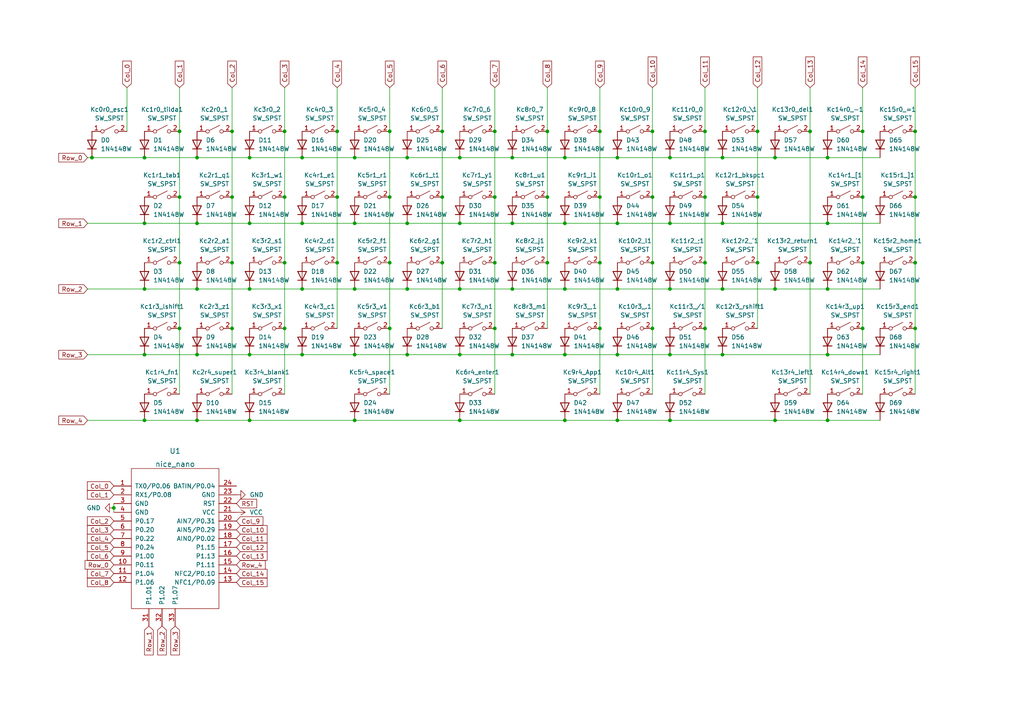
<source format=kicad_sch>
(kicad_sch (version 20211123) (generator eeschema)
  (paper "A4")
  (junction (at 67.31 95.25))
  (junction (at 102.87 83.82))
  (junction (at 57.15 102.87))
  (junction (at 133.35 83.82))
  (junction (at 82.55 57.15))
  (junction (at 57.15 121.92))
  (junction (at 67.31 57.15))
  (junction (at 87.63 83.82))
  (junction (at 204.47 76.2))
  (junction (at 250.19 57.15))
  (junction (at 173.99 57.15))
  (junction (at 234.95 38.1))
  (junction (at 158.75 38.1))
  (junction (at 72.39 102.87))
  (junction (at 234.95 76.2))
  (junction (at 118.11 64.77))
  (junction (at 179.07 121.92))
  (junction (at 148.59 102.87))
  (junction (at 163.83 64.77))
  (junction (at 113.03 76.2))
  (junction (at 57.15 64.77))
  (junction (at 102.87 45.72))
  (junction (at 240.03 45.72))
  (junction (at 250.19 38.1))
  (junction (at 82.55 95.25))
  (junction (at 240.03 64.77))
  (junction (at 189.23 57.15))
  (junction (at 143.51 38.1))
  (junction (at 67.31 76.2))
  (junction (at 204.47 95.25))
  (junction (at 179.07 45.72))
  (junction (at 133.35 121.92))
  (junction (at 194.31 102.87))
  (junction (at 148.59 64.77))
  (junction (at 250.19 76.2))
  (junction (at 87.63 45.72))
  (junction (at 219.71 76.2))
  (junction (at 163.83 121.92))
  (junction (at 209.55 102.87))
  (junction (at 133.35 102.87))
  (junction (at 72.39 121.92))
  (junction (at 128.27 76.2))
  (junction (at 113.03 95.25))
  (junction (at 133.35 64.77))
  (junction (at 97.79 76.2))
  (junction (at 265.43 57.15))
  (junction (at 265.43 38.1))
  (junction (at 102.87 102.87))
  (junction (at 118.11 83.82))
  (junction (at 82.55 38.1))
  (junction (at 87.63 102.87))
  (junction (at 194.31 121.92))
  (junction (at 41.91 102.87))
  (junction (at 26.67 45.72))
  (junction (at 219.71 38.1))
  (junction (at 179.07 64.77))
  (junction (at 148.59 83.82))
  (junction (at 224.79 121.92))
  (junction (at 118.11 102.87))
  (junction (at 41.91 83.82))
  (junction (at 194.31 64.77))
  (junction (at 52.07 38.1))
  (junction (at 52.07 95.25))
  (junction (at 189.23 38.1))
  (junction (at 113.03 57.15))
  (junction (at 209.55 83.82))
  (junction (at 87.63 64.77))
  (junction (at 224.79 45.72))
  (junction (at 265.43 95.25))
  (junction (at 97.79 38.1))
  (junction (at 209.55 64.77))
  (junction (at 158.75 57.15))
  (junction (at 143.51 76.2))
  (junction (at 204.47 38.1))
  (junction (at 118.11 45.72))
  (junction (at 52.07 76.2))
  (junction (at 240.03 83.82))
  (junction (at 97.79 57.15))
  (junction (at 163.83 102.87))
  (junction (at 158.75 76.2))
  (junction (at 204.47 57.15))
  (junction (at 265.43 76.2))
  (junction (at 67.31 38.1))
  (junction (at 173.99 95.25))
  (junction (at 219.71 57.15))
  (junction (at 82.55 76.2))
  (junction (at 163.83 83.82))
  (junction (at 57.15 83.82))
  (junction (at 41.91 64.77))
  (junction (at 102.87 64.77))
  (junction (at 189.23 76.2))
  (junction (at 250.19 95.25))
  (junction (at 41.91 121.92))
  (junction (at 41.91 45.72))
  (junction (at 102.87 121.92))
  (junction (at 52.07 57.15))
  (junction (at 194.31 83.82))
  (junction (at 189.23 95.25))
  (junction (at 194.31 45.72))
  (junction (at 148.59 45.72))
  (junction (at 240.03 121.92))
  (junction (at 240.03 102.87))
  (junction (at 133.35 45.72))
  (junction (at 163.83 45.72))
  (junction (at 179.07 102.87))
  (junction (at 128.27 57.15))
  (junction (at 72.39 45.72))
  (junction (at 33.02 147.32))
  (junction (at 128.27 38.1))
  (junction (at 209.55 45.72))
  (junction (at 57.15 45.72))
  (junction (at 113.03 38.1))
  (junction (at 173.99 76.2))
  (junction (at 179.07 83.82))
  (junction (at 224.79 83.82))
  (junction (at 72.39 83.82))
  (junction (at 143.51 57.15))
  (junction (at 143.51 95.25))
  (junction (at 173.99 38.1))
  (junction (at 72.39 64.77))
  (wire (pts (xy 97.79 57.15) (xy 97.79 76.2)))
  (wire (pts (xy 41.91 45.72) (xy 57.15 45.72)))
  (wire (pts (xy 97.79 76.2) (xy 97.79 95.25)))
  (wire (pts (xy 234.95 38.1) (xy 234.95 76.2)))
  (wire (pts (xy 67.31 95.25) (xy 67.31 114.3)))
  (wire (pts (xy 41.91 83.82) (xy 57.15 83.82)))
  (wire (pts (xy 128.27 25.4) (xy 128.27 38.1)))
  (wire (pts (xy 250.19 25.4) (xy 250.19 38.1)))
  (wire (pts (xy 173.99 95.25) (xy 173.99 114.3)))
  (wire (pts (xy 133.35 102.87) (xy 148.59 102.87)))
  (wire (pts (xy 128.27 76.2) (xy 128.27 95.25)))
  (wire (pts (xy 72.39 64.77) (xy 87.63 64.77)))
  (wire (pts (xy 194.31 64.77) (xy 209.55 64.77)))
  (wire (pts (xy 204.47 76.2) (xy 204.47 95.25)))
  (wire (pts (xy 72.39 45.72) (xy 87.63 45.72)))
  (wire (pts (xy 82.55 95.25) (xy 82.55 114.3)))
  (wire (pts (xy 118.11 102.87) (xy 133.35 102.87)))
  (wire (pts (xy 41.91 102.87) (xy 57.15 102.87)))
  (wire (pts (xy 133.35 83.82) (xy 148.59 83.82)))
  (wire (pts (xy 143.51 38.1) (xy 143.51 57.15)))
  (wire (pts (xy 25.4 64.77) (xy 41.91 64.77)))
  (wire (pts (xy 194.31 83.82) (xy 209.55 83.82)))
  (wire (pts (xy 194.31 102.87) (xy 209.55 102.87)))
  (wire (pts (xy 82.55 76.2) (xy 82.55 95.25)))
  (wire (pts (xy 143.51 57.15) (xy 143.51 76.2)))
  (wire (pts (xy 25.4 102.87) (xy 41.91 102.87)))
  (wire (pts (xy 57.15 45.72) (xy 72.39 45.72)))
  (wire (pts (xy 97.79 25.4) (xy 97.79 38.1)))
  (wire (pts (xy 189.23 38.1) (xy 189.23 57.15)))
  (wire (pts (xy 265.43 38.1) (xy 265.43 57.15)))
  (wire (pts (xy 163.83 83.82) (xy 179.07 83.82)))
  (wire (pts (xy 72.39 102.87) (xy 87.63 102.87)))
  (wire (pts (xy 113.03 25.4) (xy 113.03 38.1)))
  (wire (pts (xy 57.15 102.87) (xy 72.39 102.87)))
  (wire (pts (xy 102.87 83.82) (xy 118.11 83.82)))
  (wire (pts (xy 240.03 83.82) (xy 255.27 83.82)))
  (wire (pts (xy 52.07 95.25) (xy 52.07 114.3)))
  (wire (pts (xy 189.23 57.15) (xy 189.23 76.2)))
  (wire (pts (xy 87.63 102.87) (xy 102.87 102.87)))
  (wire (pts (xy 41.91 64.77) (xy 57.15 64.77)))
  (wire (pts (xy 148.59 83.82) (xy 163.83 83.82)))
  (wire (pts (xy 179.07 64.77) (xy 194.31 64.77)))
  (wire (pts (xy 173.99 38.1) (xy 173.99 57.15)))
  (wire (pts (xy 158.75 76.2) (xy 158.75 95.25)))
  (wire (pts (xy 219.71 38.1) (xy 219.71 57.15)))
  (wire (pts (xy 143.51 95.25) (xy 143.51 114.3)))
  (wire (pts (xy 57.15 64.77) (xy 72.39 64.77)))
  (wire (pts (xy 113.03 95.25) (xy 113.03 114.3)))
  (wire (pts (xy 194.31 121.92) (xy 224.79 121.92)))
  (wire (pts (xy 87.63 64.77) (xy 102.87 64.77)))
  (wire (pts (xy 204.47 57.15) (xy 204.47 76.2)))
  (wire (pts (xy 250.19 95.25) (xy 250.19 114.3)))
  (wire (pts (xy 25.4 45.72) (xy 26.67 45.72)))
  (wire (pts (xy 72.39 83.82) (xy 87.63 83.82)))
  (wire (pts (xy 113.03 38.1) (xy 113.03 57.15)))
  (wire (pts (xy 204.47 95.25) (xy 204.47 114.3)))
  (wire (pts (xy 87.63 83.82) (xy 102.87 83.82)))
  (wire (pts (xy 173.99 76.2) (xy 173.99 95.25)))
  (wire (pts (xy 234.95 25.4) (xy 234.95 38.1)))
  (wire (pts (xy 133.35 64.77) (xy 148.59 64.77)))
  (wire (pts (xy 148.59 45.72) (xy 163.83 45.72)))
  (wire (pts (xy 173.99 25.4) (xy 173.99 38.1)))
  (wire (pts (xy 250.19 76.2) (xy 250.19 95.25)))
  (wire (pts (xy 102.87 64.77) (xy 118.11 64.77)))
  (wire (pts (xy 67.31 57.15) (xy 67.31 76.2)))
  (wire (pts (xy 41.91 121.92) (xy 57.15 121.92)))
  (wire (pts (xy 209.55 45.72) (xy 224.79 45.72)))
  (wire (pts (xy 163.83 64.77) (xy 179.07 64.77)))
  (wire (pts (xy 224.79 121.92) (xy 240.03 121.92)))
  (wire (pts (xy 204.47 38.1) (xy 204.47 57.15)))
  (wire (pts (xy 102.87 45.72) (xy 118.11 45.72)))
  (wire (pts (xy 118.11 64.77) (xy 133.35 64.77)))
  (wire (pts (xy 113.03 76.2) (xy 113.03 95.25)))
  (wire (pts (xy 173.99 57.15) (xy 173.99 76.2)))
  (wire (pts (xy 163.83 102.87) (xy 179.07 102.87)))
  (wire (pts (xy 143.51 25.4) (xy 143.51 38.1)))
  (wire (pts (xy 67.31 76.2) (xy 67.31 95.25)))
  (wire (pts (xy 240.03 45.72) (xy 255.27 45.72)))
  (wire (pts (xy 113.03 57.15) (xy 113.03 76.2)))
  (wire (pts (xy 33.02 146.05) (xy 33.02 147.32)))
  (wire (pts (xy 189.23 25.4) (xy 189.23 38.1)))
  (wire (pts (xy 33.02 147.32) (xy 33.02 148.59)))
  (wire (pts (xy 250.19 38.1) (xy 250.19 57.15)))
  (wire (pts (xy 52.07 57.15) (xy 52.07 76.2)))
  (wire (pts (xy 118.11 83.82) (xy 133.35 83.82)))
  (wire (pts (xy 224.79 83.82) (xy 240.03 83.82)))
  (wire (pts (xy 234.95 76.2) (xy 234.95 114.3)))
  (wire (pts (xy 102.87 121.92) (xy 133.35 121.92)))
  (wire (pts (xy 265.43 25.4) (xy 265.43 38.1)))
  (wire (pts (xy 265.43 76.2) (xy 265.43 95.25)))
  (wire (pts (xy 158.75 38.1) (xy 158.75 57.15)))
  (wire (pts (xy 25.4 83.82) (xy 41.91 83.82)))
  (wire (pts (xy 219.71 57.15) (xy 219.71 76.2)))
  (wire (pts (xy 82.55 25.4) (xy 82.55 38.1)))
  (wire (pts (xy 240.03 102.87) (xy 255.27 102.87)))
  (wire (pts (xy 163.83 45.72) (xy 179.07 45.72)))
  (wire (pts (xy 82.55 57.15) (xy 82.55 76.2)))
  (wire (pts (xy 52.07 25.4) (xy 52.07 38.1)))
  (wire (pts (xy 179.07 121.92) (xy 194.31 121.92)))
  (wire (pts (xy 148.59 64.77) (xy 163.83 64.77)))
  (wire (pts (xy 204.47 25.4) (xy 204.47 38.1)))
  (wire (pts (xy 179.07 102.87) (xy 194.31 102.87)))
  (wire (pts (xy 189.23 76.2) (xy 189.23 95.25)))
  (wire (pts (xy 128.27 38.1) (xy 128.27 57.15)))
  (wire (pts (xy 163.83 121.92) (xy 179.07 121.92)))
  (wire (pts (xy 52.07 76.2) (xy 52.07 95.25)))
  (wire (pts (xy 133.35 45.72) (xy 148.59 45.72)))
  (wire (pts (xy 219.71 25.4) (xy 219.71 38.1)))
  (wire (pts (xy 189.23 95.25) (xy 189.23 114.3)))
  (wire (pts (xy 52.07 38.1) (xy 52.07 57.15)))
  (wire (pts (xy 250.19 57.15) (xy 250.19 76.2)))
  (wire (pts (xy 128.27 57.15) (xy 128.27 76.2)))
  (wire (pts (xy 25.4 121.92) (xy 41.91 121.92)))
  (wire (pts (xy 57.15 83.82) (xy 72.39 83.82)))
  (wire (pts (xy 265.43 57.15) (xy 265.43 76.2)))
  (wire (pts (xy 36.83 25.4) (xy 36.83 38.1)))
  (wire (pts (xy 57.15 121.92) (xy 72.39 121.92)))
  (wire (pts (xy 194.31 45.72) (xy 209.55 45.72)))
  (wire (pts (xy 148.59 102.87) (xy 163.83 102.87)))
  (wire (pts (xy 87.63 45.72) (xy 102.87 45.72)))
  (wire (pts (xy 143.51 76.2) (xy 143.51 95.25)))
  (wire (pts (xy 209.55 64.77) (xy 240.03 64.77)))
  (wire (pts (xy 72.39 121.92) (xy 102.87 121.92)))
  (wire (pts (xy 240.03 64.77) (xy 255.27 64.77)))
  (wire (pts (xy 67.31 25.4) (xy 67.31 38.1)))
  (wire (pts (xy 26.67 45.72) (xy 41.91 45.72)))
  (wire (pts (xy 158.75 57.15) (xy 158.75 76.2)))
  (wire (pts (xy 133.35 121.92) (xy 163.83 121.92)))
  (wire (pts (xy 102.87 102.87) (xy 118.11 102.87)))
  (wire (pts (xy 179.07 83.82) (xy 194.31 83.82)))
  (wire (pts (xy 118.11 45.72) (xy 133.35 45.72)))
  (wire (pts (xy 82.55 38.1) (xy 82.55 57.15)))
  (wire (pts (xy 209.55 83.82) (xy 224.79 83.82)))
  (wire (pts (xy 240.03 121.92) (xy 255.27 121.92)))
  (wire (pts (xy 158.75 25.4) (xy 158.75 38.1)))
  (wire (pts (xy 67.31 38.1) (xy 67.31 57.15)))
  (wire (pts (xy 265.43 95.25) (xy 265.43 114.3)))
  (wire (pts (xy 179.07 45.72) (xy 194.31 45.72)))
  (wire (pts (xy 209.55 102.87) (xy 240.03 102.87)))
  (wire (pts (xy 97.79 38.1) (xy 97.79 57.15)))
  (wire (pts (xy 224.79 45.72) (xy 240.03 45.72)))
  (wire (pts (xy 219.71 76.2) (xy 219.71 95.25)))
  (global_label "Row_0" (shape input) (at 33.02 163.83 180) (property "Intersheet References" "${INTERSHEET_REFS}" (effects hide)))
  (global_label "Col_5" (shape input) (at 113.03 25.4 90) (property "Intersheet References" "${INTERSHEET_REFS}" (effects hide)))
  (global_label "Row_2" (shape input) (at 46.99 181.61 270) (property "Intersheet References" "${INTERSHEET_REFS}" (effects hide)))
  (global_label "Col_2" (shape input) (at 33.02 151.13 180) (property "Intersheet References" "${INTERSHEET_REFS}" (effects hide)))
  (global_label "Col_2" (shape input) (at 67.31 25.4 90) (property "Intersheet References" "${INTERSHEET_REFS}" (effects hide)))
  (global_label "Col_1" (shape input) (at 33.02 143.51 180) (property "Intersheet References" "${INTERSHEET_REFS}" (effects hide)))
  (global_label "Row_4" (shape input) (at 25.4 121.92 180) (property "Intersheet References" "${INTERSHEET_REFS}" (effects hide)))
  (global_label "Col_15" (shape input) (at 265.43 25.4 90) (property "Intersheet References" "${INTERSHEET_REFS}" (effects hide)))
  (global_label "Col_13" (shape input) (at 234.95 25.4 90) (property "Intersheet References" "${INTERSHEET_REFS}" (effects hide)))
  (global_label "Col_11" (shape input) (at 204.47 25.4 90) (property "Intersheet References" "${INTERSHEET_REFS}" (effects hide)))
  (global_label "Col_1" (shape input) (at 52.07 25.4 90) (property "Intersheet References" "${INTERSHEET_REFS}" (effects hide)))
  (global_label "Col_14" (shape input) (at 250.19 25.4 90) (property "Intersheet References" "${INTERSHEET_REFS}" (effects hide)))
  (global_label "Row_0" (shape input) (at 25.4 45.72 180) (property "Intersheet References" "${INTERSHEET_REFS}" (effects hide)))
  (global_label "Col_6" (shape input) (at 33.02 161.29 180) (property "Intersheet References" "${INTERSHEET_REFS}" (effects hide)))
  (global_label "Col_14" (shape input) (at 68.58 166.37 0) (property "Intersheet References" "${INTERSHEET_REFS}" (effects hide)))
  (global_label "Col_0" (shape input) (at 33.02 140.97 180) (property "Intersheet References" "${INTERSHEET_REFS}" (effects hide)))
  (global_label "Row_2" (shape input) (at 25.4 83.82 180) (property "Intersheet References" "${INTERSHEET_REFS}" (effects hide)))
  (global_label "Col_3" (shape input) (at 82.55 25.4 90) (property "Intersheet References" "${INTERSHEET_REFS}" (effects hide)))
  (global_label "Col_8" (shape input) (at 33.02 168.91 180) (property "Intersheet References" "${INTERSHEET_REFS}" (effects hide)))
  (global_label "RST" (shape input) (at 68.58 146.05 0) (property "Intersheet References" "${INTERSHEET_REFS}" (effects hide)))
  (global_label "Row_1" (shape input) (at 43.18 181.61 270) (property "Intersheet References" "${INTERSHEET_REFS}" (effects hide)))
  (global_label "Col_5" (shape input) (at 33.02 158.75 180) (property "Intersheet References" "${INTERSHEET_REFS}" (effects hide)))
  (global_label "Col_15" (shape input) (at 68.58 168.91 0) (property "Intersheet References" "${INTERSHEET_REFS}" (effects hide)))
  (global_label "Col_10" (shape input) (at 68.58 153.67 0) (property "Intersheet References" "${INTERSHEET_REFS}" (effects hide)))
  (global_label "Col_9" (shape input) (at 68.58 151.13 0) (property "Intersheet References" "${INTERSHEET_REFS}" (effects hide)))
  (global_label "Row_4" (shape input) (at 68.58 163.83 0) (property "Intersheet References" "${INTERSHEET_REFS}" (effects hide)))
  (global_label "Col_11" (shape input) (at 68.58 156.21 0) (property "Intersheet References" "${INTERSHEET_REFS}" (effects hide)))
  (global_label "Col_4" (shape input) (at 33.02 156.21 180) (property "Intersheet References" "${INTERSHEET_REFS}" (effects hide)))
  (global_label "Row_3" (shape input) (at 50.8 181.61 270) (property "Intersheet References" "${INTERSHEET_REFS}" (effects hide)))
  (global_label "Col_0" (shape input) (at 36.83 25.4 90) (property "Intersheet References" "${INTERSHEET_REFS}" (effects hide)))
  (global_label "Row_1" (shape input) (at 25.4 64.77 180) (property "Intersheet References" "${INTERSHEET_REFS}" (effects hide)))
  (global_label "Col_9" (shape input) (at 173.99 25.4 90) (property "Intersheet References" "${INTERSHEET_REFS}" (effects hide)))
  (global_label "Col_12" (shape input) (at 219.71 25.4 90) (property "Intersheet References" "${INTERSHEET_REFS}" (effects hide)))
  (global_label "Col_7" (shape input) (at 143.51 25.4 90) (property "Intersheet References" "${INTERSHEET_REFS}" (effects hide)))
  (global_label "Col_12" (shape input) (at 68.58 158.75 0) (property "Intersheet References" "${INTERSHEET_REFS}" (effects hide)))
  (global_label "Col_6" (shape input) (at 128.27 25.4 90) (property "Intersheet References" "${INTERSHEET_REFS}" (effects hide)))
  (global_label "Col_10" (shape input) (at 189.23 25.4 90) (property "Intersheet References" "${INTERSHEET_REFS}" (effects hide)))
  (global_label "Row_3" (shape input) (at 25.4 102.87 180) (property "Intersheet References" "${INTERSHEET_REFS}" (effects hide)))
  (global_label "Col_3" (shape input) (at 33.02 153.67 180) (property "Intersheet References" "${INTERSHEET_REFS}" (effects hide)))
  (global_label "Col_8" (shape input) (at 158.75 25.4 90) (property "Intersheet References" "${INTERSHEET_REFS}" (effects hide)))
  (global_label "Col_7" (shape input) (at 33.02 166.37 180) (property "Intersheet References" "${INTERSHEET_REFS}" (effects hide)))
  (global_label "Col_4" (shape input) (at 97.79 25.4 90) (property "Intersheet References" "${INTERSHEET_REFS}" (effects hide)))
  (global_label "Col_13" (shape input) (at 68.58 161.29 0) (property "Intersheet References" "${INTERSHEET_REFS}" (effects hide)))
  (symbol (lib_id "Diode:1N4148W") (at 194.31 118.11 90) (unit 1)
    (property "Reference" "D52" (at 196.85 116.8399 90) (effects (justify right)))
    (property "Value" "1N4148W" (at 196.85 119.3799 90) (effects (justify right)))
    (property "Footprint" "Diode_SMD:D_SOD-123F" (effects hide))
    (property "Datasheet" "https://www.vishay.com/docs/85748/1n4148w.pdf" (effects hide))
  )
  (symbol (lib_id "Diode:1N4148W") (at 255.27 41.91 90) (unit 1)
    (property "Reference" "D65" (at 257.81 40.6399 90) (effects (justify right)))
    (property "Value" "1N4148W" (at 257.81 43.1799 90) (effects (justify right)))
    (property "Footprint" "Diode_SMD:D_SOD-123F" (effects hide))
    (property "Datasheet" "https://www.vishay.com/docs/85748/1n4148w.pdf" (effects hide))
  )
  (symbol (lib_id "Diode:1N4148W") (at 57.15 80.01 90) (unit 1)
    (property "Reference" "D8" (at 59.69 78.7399 90) (effects (justify right)))
    (property "Value" "1N4148W" (at 59.69 81.2799 90) (effects (justify right)))
    (property "Footprint" "Diode_SMD:D_SOD-123F" (effects hide))
    (property "Datasheet" "https://www.vishay.com/docs/85748/1n4148w.pdf" (effects hide))
  )
  (symbol (lib_id "Diode:1N4148W") (at 102.87 80.01 90) (unit 1)
    (property "Reference" "D22" (at 105.41 78.7399 90) (effects (justify right)))
    (property "Value" "1N4148W" (at 105.41 81.2799 90) (effects (justify right)))
    (property "Footprint" "Diode_SMD:D_SOD-123F" (effects hide))
    (property "Datasheet" "https://www.vishay.com/docs/85748/1n4148w.pdf" (effects hide))
  )
  (symbol (lib_id "Switch:SW_SPST") (at 214.63 76.2 0) (unit 1)
    (property "Reference" "Kkc12r2_'1" (at 214.63 69.85 0))
    (property "Value" "SW_SPST" (at 214.63 72.39 0))
    (property "Footprint" "keyswitches:Kailh_socket_MX_1u" (effects hide))
  )
  (symbol (lib_id "Switch:SW_SPST") (at 260.35 38.1 0) (unit 1)
    (property "Reference" "Kc15r0_=1" (at 260.35 31.75 0))
    (property "Value" "SW_SPST" (at 260.35 34.29 0))
    (property "Footprint" "keyswitches:Kailh_socket_MX_1u" (effects hide))
  )
  (symbol (lib_id "Switch:SW_SPST") (at 260.35 57.15 0) (unit 1)
    (property "Reference" "Kc15r1_]1" (at 260.35 50.8 0))
    (property "Value" "SW_SPST" (at 260.35 53.34 0))
    (property "Footprint" "keyswitches:Kailh_socket_MX_1u" (effects hide))
  )
  (symbol (lib_id "Switch:SW_SPST") (at 62.23 95.25 0) (unit 1)
    (property "Reference" "Kc2r3_z1" (at 62.23 88.9 0))
    (property "Value" "SW_SPST" (at 62.23 91.44 0))
    (property "Footprint" "keyswitches:Kailh_socket_MX_1u" (effects hide))
  )
  (symbol (lib_id "Switch:SW_SPST") (at 229.87 114.3 0) (unit 1)
    (property "Reference" "Kc13r4_left1" (at 229.87 107.95 0))
    (property "Value" "SW_SPST" (at 229.87 110.49 0))
    (property "Footprint" "keyswitches:Kailh_socket_MX_1u" (effects hide))
  )
  (symbol (lib_id "Diode:1N4148W") (at 72.39 80.01 90) (unit 1)
    (property "Reference" "D13" (at 74.93 78.7399 90) (effects (justify right)))
    (property "Value" "1N4148W" (at 74.93 81.2799 90) (effects (justify right)))
    (property "Footprint" "Diode_SMD:D_SOD-123F" (effects hide))
    (property "Datasheet" "https://www.vishay.com/docs/85748/1n4148w.pdf" (effects hide))
  )
  (symbol (lib_id "Switch:SW_SPST") (at 107.95 76.2 0) (unit 1)
    (property "Reference" "Kc5r2_f1" (at 107.95 69.85 0))
    (property "Value" "SW_SPST" (at 107.95 72.39 0))
    (property "Footprint" "keyswitches:Kailh_socket_MX_1u" (effects hide))
  )
  (symbol (lib_id "Diode:1N4148W") (at 133.35 80.01 90) (unit 1)
    (property "Reference" "D31" (at 135.89 78.7399 90) (effects (justify right)))
    (property "Value" "1N4148W" (at 135.89 81.2799 90) (effects (justify right)))
    (property "Footprint" "Diode_SMD:D_SOD-123F" (effects hide))
    (property "Datasheet" "https://www.vishay.com/docs/85748/1n4148w.pdf" (effects hide))
  )
  (symbol (lib_id "Switch:SW_SPST") (at 184.15 114.3 0) (unit 1)
    (property "Reference" "Kc10r4_Alt1" (at 184.15 107.95 0))
    (property "Value" "SW_SPST" (at 184.15 110.49 0))
    (property "Footprint" "Keebio-Parts:Kailh-PG1350-1.25u" (effects hide))
  )
  (symbol (lib_id "Switch:SW_SPST") (at 199.39 57.15 0) (unit 1)
    (property "Reference" "Kc11r1_p1" (at 199.39 50.8 0))
    (property "Value" "SW_SPST" (at 199.39 53.34 0))
    (property "Footprint" "keyswitches:Kailh_socket_MX_1u" (effects hide))
  )
  (symbol (lib_id "Switch:SW_SPST") (at 107.95 95.25 0) (unit 1)
    (property "Reference" "Kc5r3_v1" (at 107.95 88.9 0))
    (property "Value" "SW_SPST" (at 107.95 91.44 0))
    (property "Footprint" "keyswitches:Kailh_socket_MX_1u" (effects hide))
  )
  (symbol (lib_id "Diode:1N4148W") (at 87.63 60.96 90) (unit 1)
    (property "Reference" "D17" (at 90.17 59.6899 90) (effects (justify right)))
    (property "Value" "1N4148W" (at 90.17 62.2299 90) (effects (justify right)))
    (property "Footprint" "Diode_SMD:D_SOD-123F" (effects hide))
    (property "Datasheet" "https://www.vishay.com/docs/85748/1n4148w.pdf" (effects hide))
  )
  (symbol (lib_id "Switch:SW_SPST") (at 184.15 76.2 0) (unit 1)
    (property "Reference" "Kc10r2_l1" (at 184.15 69.85 0))
    (property "Value" "SW_SPST" (at 184.15 72.39 0))
    (property "Footprint" "keyswitches:Kailh_socket_MX_1u" (effects hide))
  )
  (symbol (lib_id "Diode:1N4148W") (at 133.35 118.11 90) (unit 1)
    (property "Reference" "D33" (at 135.89 116.8399 90) (effects (justify right)))
    (property "Value" "1N4148W" (at 135.89 119.3799 90) (effects (justify right)))
    (property "Footprint" "Diode_SMD:D_SOD-123F" (effects hide))
    (property "Datasheet" "https://www.vishay.com/docs/85748/1n4148w.pdf" (effects hide))
  )
  (symbol (lib_id "Diode:1N4148W") (at 148.59 60.96 90) (unit 1)
    (property "Reference" "D35" (at 151.13 59.6899 90) (effects (justify right)))
    (property "Value" "1N4148W" (at 151.13 62.2299 90) (effects (justify right)))
    (property "Footprint" "Diode_SMD:D_SOD-123F" (effects hide))
    (property "Datasheet" "https://www.vishay.com/docs/85748/1n4148w.pdf" (effects hide))
  )
  (symbol (lib_id "Switch:SW_SPST") (at 214.63 57.15 0) (unit 1)
    (property "Reference" "Kc12r1_bkspc1" (at 214.63 50.8 0))
    (property "Value" "SW_SPST" (at 214.63 53.34 0))
    (property "Footprint" "keyswitches:Kailh_socket_MX_1.75u" (effects hide))
  )
  (symbol (lib_id "Switch:SW_SPST") (at 107.95 114.3 0) (unit 1)
    (property "Reference" "Kc5r4_space1" (at 107.95 107.95 0))
    (property "Value" "SW_SPST" (at 107.95 110.49 0))
    (property "Footprint" "keyswitches:Kailh_socket_MX" (effects hide))
  )
  (symbol (lib_id "Diode:1N4148W") (at 240.03 60.96 90) (unit 1)
    (property "Reference" "D61" (at 242.57 59.6899 90) (effects (justify right)))
    (property "Value" "1N4148W" (at 242.57 62.2299 90) (effects (justify right)))
    (property "Footprint" "Diode_SMD:D_SOD-123F" (effects hide))
    (property "Datasheet" "https://www.vishay.com/docs/85748/1n4148w.pdf" (effects hide))
  )
  (symbol (lib_id "Diode:1N4148W") (at 209.55 99.06 90) (unit 1)
    (property "Reference" "D56" (at 212.09 97.7899 90) (effects (justify right)))
    (property "Value" "1N4148W" (at 212.09 100.3299 90) (effects (justify right)))
    (property "Footprint" "Diode_SMD:D_SOD-123F" (effects hide))
    (property "Datasheet" "https://www.vishay.com/docs/85748/1n4148w.pdf" (effects hide))
  )
  (symbol (lib_id "Diode:1N4148W") (at 163.83 60.96 90) (unit 1)
    (property "Reference" "D39" (at 166.37 59.6899 90) (effects (justify right)))
    (property "Value" "1N4148W" (at 166.37 62.2299 90) (effects (justify right)))
    (property "Footprint" "Diode_SMD:D_SOD-123F" (effects hide))
    (property "Datasheet" "https://www.vishay.com/docs/85748/1n4148w.pdf" (effects hide))
  )
  (symbol (lib_id "Diode:1N4148W") (at 118.11 60.96 90) (unit 1)
    (property "Reference" "D26" (at 120.65 59.6899 90) (effects (justify right)))
    (property "Value" "1N4148W" (at 120.65 62.2299 90) (effects (justify right)))
    (property "Footprint" "Diode_SMD:D_SOD-123F" (effects hide))
    (property "Datasheet" "https://www.vishay.com/docs/85748/1n4148w.pdf" (effects hide))
  )
  (symbol (lib_id "Diode:1N4148W") (at 102.87 60.96 90) (unit 1)
    (property "Reference" "D21" (at 105.41 59.6899 90) (effects (justify right)))
    (property "Value" "1N4148W" (at 105.41 62.2299 90) (effects (justify right)))
    (property "Footprint" "Diode_SMD:D_SOD-123F" (effects hide))
    (property "Datasheet" "https://www.vishay.com/docs/85748/1n4148w.pdf" (effects hide))
  )
  (symbol (lib_id "Switch:SW_SPST") (at 153.67 38.1 0) (unit 1)
    (property "Reference" "Kc8r0_7" (at 153.67 31.75 0))
    (property "Value" "SW_SPST" (at 153.67 34.29 0))
    (property "Footprint" "keyswitches:Kailh_socket_MX_1u" (effects hide))
  )
  (symbol (lib_id "Switch:SW_SPST") (at 31.75 38.1 0) (unit 1)
    (property "Reference" "Kc0r0_esc1" (at 31.75 31.75 0))
    (property "Value" "SW_SPST" (at 31.75 34.29 0))
    (property "Footprint" "keyswitches:Kailh_socket_MX_1u" (effects hide))
  )
  (symbol (lib_id "Diode:1N4148W") (at 72.39 60.96 90) (unit 1)
    (property "Reference" "D12" (at 74.93 59.6899 90) (effects (justify right)))
    (property "Value" "1N4148W" (at 74.93 62.2299 90) (effects (justify right)))
    (property "Footprint" "Diode_SMD:D_SOD-123F" (effects hide))
    (property "Datasheet" "https://www.vishay.com/docs/85748/1n4148w.pdf" (effects hide))
  )
  (symbol (lib_id "Diode:1N4148W") (at 194.31 80.01 90) (unit 1)
    (property "Reference" "D50" (at 196.85 78.7399 90) (effects (justify right)))
    (property "Value" "1N4148W" (at 196.85 81.2799 90) (effects (justify right)))
    (property "Footprint" "Diode_SMD:D_SOD-123F" (effects hide))
    (property "Datasheet" "https://www.vishay.com/docs/85748/1n4148w.pdf" (effects hide))
  )
  (symbol (lib_id "Diode:1N4148W") (at 255.27 99.06 90) (unit 1)
    (property "Reference" "D68" (at 257.81 97.7899 90) (effects (justify right)))
    (property "Value" "1N4148W" (at 257.81 100.3299 90) (effects (justify right)))
    (property "Footprint" "Diode_SMD:D_SOD-123F" (effects hide))
    (property "Datasheet" "https://www.vishay.com/docs/85748/1n4148w.pdf" (effects hide))
  )
  (symbol (lib_id "Diode:1N4148W") (at 163.83 118.11 90) (unit 1)
    (property "Reference" "D42" (at 166.37 116.8399 90) (effects (justify right)))
    (property "Value" "1N4148W" (at 166.37 119.3799 90) (effects (justify right)))
    (property "Footprint" "Diode_SMD:D_SOD-123F" (effects hide))
    (property "Datasheet" "https://www.vishay.com/docs/85748/1n4148w.pdf" (effects hide))
  )
  (symbol (lib_id "Diode:1N4148W") (at 179.07 118.11 90) (unit 1)
    (property "Reference" "D47" (at 181.61 116.8399 90) (effects (justify right)))
    (property "Value" "1N4148W" (at 181.61 119.3799 90) (effects (justify right)))
    (property "Footprint" "Diode_SMD:D_SOD-123F" (effects hide))
    (property "Datasheet" "https://www.vishay.com/docs/85748/1n4148w.pdf" (effects hide))
  )
  (symbol (lib_id "Switch:SW_SPST") (at 138.43 38.1 0) (unit 1)
    (property "Reference" "Kc7r0_6" (at 138.43 31.75 0))
    (property "Value" "SW_SPST" (at 138.43 34.29 0))
    (property "Footprint" "keyswitches:Kailh_socket_MX_1u" (effects hide))
  )
  (symbol (lib_id "Switch:SW_SPST") (at 92.71 95.25 0) (unit 1)
    (property "Reference" "Kc4r3_c1" (at 92.71 88.9 0))
    (property "Value" "SW_SPST" (at 92.71 91.44 0))
    (property "Footprint" "keyswitches:Kailh_socket_MX_1u" (effects hide))
  )
  (symbol (lib_id "Diode:1N4148W") (at 209.55 60.96 90) (unit 1)
    (property "Reference" "D54" (at 212.09 59.6899 90) (effects (justify right)))
    (property "Value" "1N4148W" (at 212.09 62.2299 90) (effects (justify right)))
    (property "Footprint" "Diode_SMD:D_SOD-123F" (effects hide))
    (property "Datasheet" "https://www.vishay.com/docs/85748/1n4148w.pdf" (effects hide))
  )
  (symbol (lib_id "Switch:SW_SPST") (at 245.11 76.2 0) (unit 1)
    (property "Reference" "Kc14r2_'1" (at 245.11 69.85 0))
    (property "Value" "SW_SPST" (at 245.11 72.39 0))
    (property "Footprint" "keyswitches:Kailh_socket_MX_1u" (effects hide))
  )
  (symbol (lib_id "Diode:1N4148W") (at 148.59 80.01 90) (unit 1)
    (property "Reference" "D36" (at 151.13 78.7399 90) (effects (justify right)))
    (property "Value" "1N4148W" (at 151.13 81.2799 90) (effects (justify right)))
    (property "Footprint" "Diode_SMD:D_SOD-123F" (effects hide))
    (property "Datasheet" "https://www.vishay.com/docs/85748/1n4148w.pdf" (effects hide))
  )
  (symbol (lib_id "Diode:1N4148W") (at 179.07 80.01 90) (unit 1)
    (property "Reference" "D45" (at 181.61 78.7399 90) (effects (justify right)))
    (property "Value" "1N4148W" (at 181.61 81.2799 90) (effects (justify right)))
    (property "Footprint" "Diode_SMD:D_SOD-123F" (effects hide))
    (property "Datasheet" "https://www.vishay.com/docs/85748/1n4148w.pdf" (effects hide))
  )
  (symbol (lib_id "Diode:1N4148W") (at 148.59 41.91 90) (unit 1)
    (property "Reference" "D34" (at 151.13 40.6399 90) (effects (justify right)))
    (property "Value" "1N4148W" (at 151.13 43.1799 90) (effects (justify right)))
    (property "Footprint" "Diode_SMD:D_SOD-123F" (effects hide))
    (property "Datasheet" "https://www.vishay.com/docs/85748/1n4148w.pdf" (effects hide))
  )
  (symbol (lib_id "Diode:1N4148W") (at 133.35 41.91 90) (unit 1)
    (property "Reference" "D29" (at 135.89 40.6399 90) (effects (justify right)))
    (property "Value" "1N4148W" (at 135.89 43.1799 90) (effects (justify right)))
    (property "Footprint" "Diode_SMD:D_SOD-123F" (effects hide))
    (property "Datasheet" "https://www.vishay.com/docs/85748/1n4148w.pdf" (effects hide))
  )
  (symbol (lib_id "Switch:SW_SPST") (at 77.47 95.25 0) (unit 1)
    (property "Reference" "Kc3r3_x1" (at 77.47 88.9 0))
    (property "Value" "SW_SPST" (at 77.47 91.44 0))
    (property "Footprint" "keyswitches:Kailh_socket_MX_1u" (effects hide))
  )
  (symbol (lib_id "Diode:1N4148W") (at 224.79 41.91 90) (unit 1)
    (property "Reference" "D57" (at 227.33 40.6399 90) (effects (justify right)))
    (property "Value" "1N4148W" (at 227.33 43.1799 90) (effects (justify right)))
    (property "Footprint" "Diode_SMD:D_SOD-123F" (effects hide))
    (property "Datasheet" "https://www.vishay.com/docs/85748/1n4148w.pdf" (effects hide))
  )
  (symbol (lib_id "power:VCC") (at 68.58 148.59 270) (unit 1)
    (property "Reference" "#PWR0103" (effects hide))
    (property "Value" "VCC" (at 72.39 148.5899 90) (effects (justify left)))
  )
  (symbol (lib_id "Switch:SW_SPST") (at 214.63 95.25 0) (unit 1)
    (property "Reference" "Kc12r3_rshift1" (at 214.63 88.9 0))
    (property "Value" "SW_SPST" (at 214.63 91.44 0))
    (property "Footprint" "keyswitches:Kailh_socket_MX_1.75u" (effects hide))
  )
  (symbol (lib_id "Switch:SW_SPST") (at 168.91 57.15 0) (unit 1)
    (property "Reference" "Kc9r1_i1" (at 168.91 50.8 0))
    (property "Value" "SW_SPST" (at 168.91 53.34 0))
    (property "Footprint" "keyswitches:Kailh_socket_MX_1u" (effects hide))
  )
  (symbol (lib_id "Switch:SW_SPST") (at 260.35 114.3 0) (unit 1)
    (property "Reference" "Kc15r4_right1" (at 260.35 107.95 0))
    (property "Value" "SW_SPST" (at 260.35 110.49 0))
    (property "Footprint" "keyswitches:Kailh_socket_MX_1u" (effects hide))
  )
  (symbol (lib_id "Switch:SW_SPST") (at 92.71 76.2 0) (unit 1)
    (property "Reference" "Kc4r2_d1" (at 92.71 69.85 0))
    (property "Value" "SW_SPST" (at 92.71 72.39 0))
    (property "Footprint" "keyswitches:Kailh_socket_MX_1u" (effects hide))
  )
  (symbol (lib_id "Switch:SW_SPST") (at 46.99 76.2 0) (unit 1)
    (property "Reference" "Kc1r2_ctrl1" (at 46.99 69.85 0))
    (property "Value" "SW_SPST" (at 46.99 72.39 0))
    (property "Footprint" "Keebio-Parts:Kailh-PG1350-1.5u" (effects hide))
  )
  (symbol (lib_id "Diode:1N4148W") (at 209.55 80.01 90) (unit 1)
    (property "Reference" "D55" (at 212.09 78.7399 90) (effects (justify right)))
    (property "Value" "1N4148W" (at 212.09 81.2799 90) (effects (justify right)))
    (property "Footprint" "Diode_SMD:D_SOD-123F" (effects hide))
    (property "Datasheet" "https://www.vishay.com/docs/85748/1n4148w.pdf" (effects hide))
  )
  (symbol (lib_id "Switch:SW_SPST") (at 260.35 95.25 0) (unit 1)
    (property "Reference" "Kc15r3_end1" (at 260.35 88.9 0))
    (property "Value" "SW_SPST" (at 260.35 91.44 0))
    (property "Footprint" "keyswitches:Kailh_socket_MX_1u" (effects hide))
  )
  (symbol (lib_id "Switch:SW_SPST") (at 138.43 114.3 0) (unit 1)
    (property "Reference" "Kc6r4_enter1" (at 138.43 107.95 0))
    (property "Value" "SW_SPST" (at 138.43 110.49 0))
    (property "Footprint" "keyswitches:Kailh_socket_MX_2.25u" (effects hide))
  )
  (symbol (lib_id "Switch:SW_SPST") (at 107.95 38.1 0) (unit 1)
    (property "Reference" "Kc5r0_4" (at 107.95 31.75 0))
    (property "Value" "SW_SPST" (at 107.95 34.29 0))
    (property "Footprint" "keyswitches:Kailh_socket_MX_1u" (effects hide))
  )
  (symbol (lib_id "Diode:1N4148W") (at 41.91 118.11 90) (unit 1)
    (property "Reference" "D5" (at 44.45 116.8399 90) (effects (justify right)))
    (property "Value" "1N4148W" (at 44.45 119.3799 90) (effects (justify right)))
    (property "Footprint" "Diode_SMD:D_SOD-123F" (effects hide))
    (property "Datasheet" "https://www.vishay.com/docs/85748/1n4148w.pdf" (effects hide))
  )
  (symbol (lib_id "Switch:SW_SPST") (at 184.15 57.15 0) (unit 1)
    (property "Reference" "Kc10r1_o1" (at 184.15 50.8 0))
    (property "Value" "SW_SPST" (at 184.15 53.34 0))
    (property "Footprint" "keyswitches:Kailh_socket_MX_1u" (effects hide))
  )
  (symbol (lib_id "Switch:SW_SPST") (at 199.39 38.1 0) (unit 1)
    (property "Reference" "Kc11r0_0" (at 199.39 31.75 0))
    (property "Value" "SW_SPST" (at 199.39 34.29 0))
    (property "Footprint" "keyswitches:Kailh_socket_MX_1u" (effects hide))
  )
  (symbol (lib_id "Switch:SW_SPST") (at 199.39 76.2 0) (unit 1)
    (property "Reference" "Kc11r2_;1" (at 199.39 69.85 0))
    (property "Value" "SW_SPST" (at 199.39 72.39 0))
    (property "Footprint" "keyswitches:Kailh_socket_MX_1u" (effects hide))
  )
  (symbol (lib_id "Switch:SW_SPST") (at 199.39 114.3 0) (unit 1)
    (property "Reference" "Kc11r4_Sys1" (at 199.39 107.95 0))
    (property "Value" "SW_SPST" (at 199.39 110.49 0))
    (property "Footprint" "keyswitches:Kailh_socket_MX_1u" (effects hide))
  )
  (symbol (lib_id "Switch:SW_SPST") (at 245.11 57.15 0) (unit 1)
    (property "Reference" "Kc14r1_[1" (at 245.11 50.8 0))
    (property "Value" "SW_SPST" (at 245.11 53.34 0))
    (property "Footprint" "keyswitches:Kailh_socket_MX_1u" (effects hide))
  )
  (symbol (lib_id "Diode:1N4148W") (at 72.39 118.11 90) (unit 1)
    (property "Reference" "D15" (at 74.93 116.8399 90) (effects (justify right)))
    (property "Value" "1N4148W" (at 74.93 119.3799 90) (effects (justify right)))
    (property "Footprint" "Diode_SMD:D_SOD-123F" (effects hide))
    (property "Datasheet" "https://www.vishay.com/docs/85748/1n4148w.pdf" (effects hide))
  )
  (symbol (lib_id "Diode:1N4148W") (at 57.15 99.06 90) (unit 1)
    (property "Reference" "D9" (at 59.69 97.7899 90) (effects (justify right)))
    (property "Value" "1N4148W" (at 59.69 100.3299 90) (effects (justify right)))
    (property "Footprint" "Diode_SMD:D_SOD-123F" (effects hide))
    (property "Datasheet" "https://www.vishay.com/docs/85748/1n4148w.pdf" (effects hide))
  )
  (symbol (lib_id "Switch:SW_SPST") (at 77.47 76.2 0) (unit 1)
    (property "Reference" "Kc3r2_s1" (at 77.47 69.85 0))
    (property "Value" "SW_SPST" (at 77.47 72.39 0))
    (property "Footprint" "keyswitches:Kailh_socket_MX_1u" (effects hide))
  )
  (symbol (lib_id "Switch:SW_SPST") (at 138.43 76.2 0) (unit 1)
    (property "Reference" "Kc7r2_h1" (at 138.43 69.85 0))
    (property "Value" "SW_SPST" (at 138.43 72.39 0))
    (property "Footprint" "keyswitches:Kailh_socket_MX_1u" (effects hide))
  )
  (symbol (lib_id "Switch:SW_SPST") (at 168.91 38.1 0) (unit 1)
    (property "Reference" "Kc9r0_8" (at 168.91 31.75 0))
    (property "Value" "SW_SPST" (at 168.91 34.29 0))
    (property "Footprint" "keyswitches:Kailh_socket_MX_1u" (effects hide))
  )
  (symbol (lib_id "Diode:1N4148W") (at 26.67 41.91 90) (unit 1)
    (property "Reference" "D0" (at 29.21 40.6399 90) (effects (justify right)))
    (property "Value" "1N4148W" (at 29.21 43.1799 90) (effects (justify right)))
    (property "Footprint" "Diode_SMD:D_SOD-123F" (effects hide))
    (property "Datasheet" "https://www.vishay.com/docs/85748/1n4148w.pdf" (effects hide))
  )
  (symbol (lib_id "Switch:SW_SPST") (at 123.19 57.15 0) (unit 1)
    (property "Reference" "Kc6r1_t1" (at 123.19 50.8 0))
    (property "Value" "SW_SPST" (at 123.19 53.34 0))
    (property "Footprint" "keyswitches:Kailh_socket_MX_1u" (effects hide))
  )
  (symbol (lib_id "Diode:1N4148W") (at 209.55 41.91 90) (unit 1)
    (property "Reference" "D53" (at 212.09 40.6399 90) (effects (justify right)))
    (property "Value" "1N4148W" (at 212.09 43.1799 90) (effects (justify right)))
    (property "Footprint" "Diode_SMD:D_SOD-123F" (effects hide))
    (property "Datasheet" "https://www.vishay.com/docs/85748/1n4148w.pdf" (effects hide))
  )
  (symbol (lib_id "Diode:1N4148W") (at 194.31 60.96 90) (unit 1)
    (property "Reference" "D49" (at 196.85 59.6899 90) (effects (justify right)))
    (property "Value" "1N4148W" (at 196.85 62.2299 90) (effects (justify right)))
    (property "Footprint" "Diode_SMD:D_SOD-123F" (effects hide))
    (property "Datasheet" "https://www.vishay.com/docs/85748/1n4148w.pdf" (effects hide))
  )
  (symbol (lib_id "Diode:1N4148W") (at 102.87 99.06 90) (unit 1)
    (property "Reference" "D23" (at 105.41 97.7899 90) (effects (justify right)))
    (property "Value" "1N4148W" (at 105.41 100.3299 90) (effects (justify right)))
    (property "Footprint" "Diode_SMD:D_SOD-123F" (effects hide))
    (property "Datasheet" "https://www.vishay.com/docs/85748/1n4148w.pdf" (effects hide))
  )
  (symbol (lib_id "Diode:1N4148W") (at 194.31 99.06 90) (unit 1)
    (property "Reference" "D51" (at 196.85 97.7899 90) (effects (justify right)))
    (property "Value" "1N4148W" (at 196.85 100.3299 90) (effects (justify right)))
    (property "Footprint" "Diode_SMD:D_SOD-123F" (effects hide))
    (property "Datasheet" "https://www.vishay.com/docs/85748/1n4148w.pdf" (effects hide))
  )
  (symbol (lib_id "Diode:1N4148W") (at 148.59 99.06 90) (unit 1)
    (property "Reference" "D37" (at 151.13 97.7899 90) (effects (justify right)))
    (property "Value" "1N4148W" (at 151.13 100.3299 90) (effects (justify right)))
    (property "Footprint" "Diode_SMD:D_SOD-123F" (effects hide))
    (property "Datasheet" "https://www.vishay.com/docs/85748/1n4148w.pdf" (effects hide))
  )
  (symbol (lib_id "Switch:SW_SPST") (at 168.91 76.2 0) (unit 1)
    (property "Reference" "Kc9r2_k1" (at 168.91 69.85 0))
    (property "Value" "SW_SPST" (at 168.91 72.39 0))
    (property "Footprint" "keyswitches:Kailh_socket_MX_1u" (effects hide))
  )
  (symbol (lib_id "Switch:SW_SPST") (at 214.63 38.1 0) (unit 1)
    (property "Reference" "Kc12r0_\\1" (at 214.63 31.75 0))
    (property "Value" "SW_SPST" (at 214.63 34.29 0))
    (property "Footprint" "nice-nano-kicad:nice_nano" (effects hide))
  )
  (symbol (lib_id "Switch:SW_SPST") (at 123.19 38.1 0) (unit 1)
    (property "Reference" "Kc6r0_5" (at 123.19 31.75 0))
    (property "Value" "SW_SPST" (at 123.19 34.29 0))
    (property "Footprint" "keyswitches:Kailh_socket_MX_1u" (effects hide))
  )
  (symbol (lib_id "Diode:1N4148W") (at 179.07 41.91 90) (unit 1)
    (property "Reference" "D43" (at 181.61 40.6399 90) (effects (justify right)))
    (property "Value" "1N4148W" (at 181.61 43.1799 90) (effects (justify right)))
    (property "Footprint" "Diode_SMD:D_SOD-123F" (effects hide))
    (property "Datasheet" "https://www.vishay.com/docs/85748/1n4148w.pdf" (effects hide))
  )
  (symbol (lib_id "Switch:SW_SPST") (at 62.23 76.2 0) (unit 1)
    (property "Reference" "Kc2r2_a1" (at 62.23 69.85 0))
    (property "Value" "SW_SPST" (at 62.23 72.39 0))
    (property "Footprint" "keyswitches:Kailh_socket_MX_1u" (effects hide))
  )
  (symbol (lib_id "Switch:SW_SPST") (at 123.19 76.2 0) (unit 1)
    (property "Reference" "Kc6r2_g1" (at 123.19 69.85 0))
    (property "Value" "SW_SPST" (at 123.19 72.39 0))
    (property "Footprint" "keyswitches:Kailh_socket_MX_1u" (effects hide))
  )
  (symbol (lib_id "Diode:1N4148W") (at 57.15 60.96 90) (unit 1)
    (property "Reference" "D7" (at 59.69 59.6899 90) (effects (justify right)))
    (property "Value" "1N4148W" (at 59.69 62.2299 90) (effects (justify right)))
    (property "Footprint" "Diode_SMD:D_SOD-123F" (effects hide))
    (property "Datasheet" "https://www.vishay.com/docs/85748/1n4148w.pdf" (effects hide))
  )
  (symbol (lib_id "Switch:SW_SPST") (at 123.19 95.25 0) (unit 1)
    (property "Reference" "Kc6r3_b1" (at 123.19 88.9 0))
    (property "Value" "SW_SPST" (at 123.19 91.44 0))
    (property "Footprint" "keyswitches:Kailh_socket_MX_1u" (effects hide))
  )
  (symbol (lib_id "Diode:1N4148W") (at 133.35 99.06 90) (unit 1)
    (property "Reference" "D32" (at 135.89 97.7899 90) (effects (justify right)))
    (property "Value" "1N4148W" (at 135.89 100.3299 90) (effects (justify right)))
    (property "Footprint" "Diode_SMD:D_SOD-123F" (effects hide))
    (property "Datasheet" "https://www.vishay.com/docs/85748/1n4148w.pdf" (effects hide))
  )
  (symbol (lib_id "Diode:1N4148W") (at 240.03 118.11 90) (unit 1)
    (property "Reference" "D64" (at 242.57 116.8399 90) (effects (justify right)))
    (property "Value" "1N4148W" (at 242.57 119.3799 90) (effects (justify right)))
    (property "Footprint" "Diode_SMD:D_SOD-123F" (effects hide))
    (property "Datasheet" "https://www.vishay.com/docs/85748/1n4148w.pdf" (effects hide))
  )
  (symbol (lib_id "Diode:1N4148W") (at 194.31 41.91 90) (unit 1)
    (property "Reference" "D48" (at 196.85 40.6399 90) (effects (justify right)))
    (property "Value" "1N4148W" (at 196.85 43.1799 90) (effects (justify right)))
    (property "Footprint" "Diode_SMD:D_SOD-123F" (effects hide))
    (property "Datasheet" "https://www.vishay.com/docs/85748/1n4148w.pdf" (effects hide))
  )
  (symbol (lib_id "Switch:SW_SPST") (at 46.99 95.25 0) (unit 1)
    (property "Reference" "Kc1r3_lshift1" (at 46.99 88.9 0))
    (property "Value" "SW_SPST" (at 46.99 91.44 0))
    (property "Footprint" "Keebio-Parts:Kailh-PG1350-1.25u" (effects hide))
  )
  (symbol (lib_id "Switch:SW_SPST") (at 77.47 38.1 0) (unit 1)
    (property "Reference" "Kc3r0_2" (at 77.47 31.75 0))
    (property "Value" "SW_SPST" (at 77.47 34.29 0))
    (property "Footprint" "keyswitches:Kailh_socket_MX_1u" (effects hide))
  )
  (symbol (lib_id "Diode:1N4148W") (at 224.79 118.11 90) (unit 1)
    (property "Reference" "D59" (at 227.33 116.8399 90) (effects (justify right)))
    (property "Value" "1N4148W" (at 227.33 119.3799 90) (effects (justify right)))
    (property "Footprint" "Diode_SMD:D_SOD-123F" (effects hide))
    (property "Datasheet" "https://www.vishay.com/docs/85748/1n4148w.pdf" (effects hide))
  )
  (symbol (lib_id "Diode:1N4148W") (at 224.79 80.01 90) (unit 1)
    (property "Reference" "D58" (at 227.33 78.7399 90) (effects (justify right)))
    (property "Value" "1N4148W" (at 227.33 81.2799 90) (effects (justify right)))
    (property "Footprint" "Diode_SMD:D_SOD-123F" (effects hide))
    (property "Datasheet" "https://www.vishay.com/docs/85748/1n4148w.pdf" (effects hide))
  )
  (symbol (lib_id "Diode:1N4148W") (at 240.03 80.01 90) (unit 1)
    (property "Reference" "D62" (at 242.57 78.7399 90) (effects (justify right)))
    (property "Value" "1N4148W" (at 242.57 81.2799 90) (effects (justify right)))
    (property "Footprint" "Diode_SMD:D_SOD-123F" (effects hide))
    (property "Datasheet" "https://www.vishay.com/docs/85748/1n4148w.pdf" (effects hide))
  )
  (symbol (lib_id "Diode:1N4148W") (at 87.63 41.91 90) (unit 1)
    (property "Reference" "D16" (at 90.17 40.6399 90) (effects (justify right)))
    (property "Value" "1N4148W" (at 90.17 43.1799 90) (effects (justify right)))
    (property "Footprint" "Diode_SMD:D_SOD-123F" (effects hide))
    (property "Datasheet" "https://www.vishay.com/docs/85748/1n4148w.pdf" (effects hide))
  )
  (symbol (lib_id "Diode:1N4148W") (at 102.87 41.91 90) (unit 1)
    (property "Reference" "D20" (at 105.41 40.6399 90) (effects (justify right)))
    (property "Value" "1N4148W" (at 105.41 43.1799 90) (effects (justify right)))
    (property "Footprint" "Diode_SMD:D_SOD-123F" (effects hide))
    (property "Datasheet" "https://www.vishay.com/docs/85748/1n4148w.pdf" (effects hide))
  )
  (symbol (lib_id "Switch:SW_SPST") (at 46.99 57.15 0) (unit 1)
    (property "Reference" "Kc1r1_tab1" (at 46.99 50.8 0))
    (property "Value" "SW_SPST" (at 46.99 53.34 0))
    (property "Footprint" "Keebio-Parts:Kailh-PG1350-1.5u" (effects hide))
  )
  (symbol (lib_id "Diode:1N4148W") (at 118.11 99.06 90) (unit 1)
    (property "Reference" "D28" (at 120.65 97.7899 90) (effects (justify right)))
    (property "Value" "1N4148W" (at 120.65 100.3299 90) (effects (justify right)))
    (property "Footprint" "Diode_SMD:D_SOD-123F" (effects hide))
    (property "Datasheet" "https://www.vishay.com/docs/85748/1n4148w.pdf" (effects hide))
  )
  (symbol (lib_id "Diode:1N4148W") (at 41.91 99.06 90) (unit 1)
    (property "Reference" "D4" (at 44.45 97.7899 90) (effects (justify right)))
    (property "Value" "1N4148W" (at 44.45 100.3299 90) (effects (justify right)))
    (property "Footprint" "Diode_SMD:D_SOD-123F" (effects hide))
    (property "Datasheet" "https://www.vishay.com/docs/85748/1n4148w.pdf" (effects hide))
  )
  (symbol (lib_id "Switch:SW_SPST") (at 138.43 95.25 0) (unit 1)
    (property "Reference" "Kc7r3_n1" (at 138.43 88.9 0))
    (property "Value" "SW_SPST" (at 138.43 91.44 0))
    (property "Footprint" "keyswitches:Kailh_socket_MX_1u" (effects hide))
  )
  (symbol (lib_id "Diode:1N4148W") (at 255.27 60.96 90) (unit 1)
    (property "Reference" "D66" (at 257.81 59.6899 90) (effects (justify right)))
    (property "Value" "1N4148W" (at 257.81 62.2299 90) (effects (justify right)))
    (property "Footprint" "Diode_SMD:D_SOD-123F" (effects hide))
    (property "Datasheet" "https://www.vishay.com/docs/85748/1n4148w.pdf" (effects hide))
  )
  (symbol (lib_id "Diode:1N4148W") (at 41.91 41.91 90) (unit 1)
    (property "Reference" "D1" (at 44.45 40.6399 90) (effects (justify right)))
    (property "Value" "1N4148W" (at 44.45 43.1799 90) (effects (justify right)))
    (property "Footprint" "Diode_SMD:D_SOD-123F" (effects hide))
    (property "Datasheet" "https://www.vishay.com/docs/85748/1n4148w.pdf" (effects hide))
  )
  (symbol (lib_id "Diode:1N4148W") (at 240.03 99.06 90) (unit 1)
    (property "Reference" "D63" (at 242.57 97.7899 90) (effects (justify right)))
    (property "Value" "1N4148W" (at 242.57 100.3299 90) (effects (justify right)))
    (property "Footprint" "Diode_SMD:D_SOD-123F" (effects hide))
    (property "Datasheet" "https://www.vishay.com/docs/85748/1n4148w.pdf" (effects hide))
  )
  (symbol (lib_id "Diode:1N4148W") (at 240.03 41.91 90) (unit 1)
    (property "Reference" "D60" (at 242.57 40.6399 90) (effects (justify right)))
    (property "Value" "1N4148W" (at 242.57 43.1799 90) (effects (justify right)))
    (property "Footprint" "Diode_SMD:D_SOD-123F" (effects hide))
    (property "Datasheet" "https://www.vishay.com/docs/85748/1n4148w.pdf" (effects hide))
  )
  (symbol (lib_id "Switch:SW_SPST") (at 46.99 114.3 0) (unit 1)
    (property "Reference" "Kc1r4_fn1" (at 46.99 107.95 0))
    (property "Value" "SW_SPST" (at 46.99 110.49 0))
    (property "Footprint" "keyswitches:Kailh_socket_MX_1u" (effects hide))
  )
  (symbol (lib_id "power:GND") (at 68.58 143.51 90) (unit 1)
    (property "Reference" "#PWR0102" (effects hide))
    (property "Value" "GND" (at 72.39 143.5099 90) (effects (justify right)))
  )
  (symbol (lib_id "Switch:SW_SPST") (at 245.11 114.3 0) (unit 1)
    (property "Reference" "Kc14r4_down1" (at 245.11 107.95 0))
    (property "Value" "SW_SPST" (at 245.11 110.49 0))
    (property "Footprint" "keyswitches:Kailh_socket_MX_1u" (effects hide))
  )
  (symbol (lib_id "Switch:SW_SPST") (at 62.23 114.3 0) (unit 1)
    (property "Reference" "Kc2r4_super1" (at 62.23 107.95 0))
    (property "Value" "SW_SPST" (at 62.23 110.49 0))
    (property "Footprint" "Keebio-Parts:Kailh-PG1350-1.5u" (effects hide))
  )
  (symbol (lib_id "Switch:SW_SPST") (at 229.87 76.2 0) (unit 1)
    (property "Reference" "Kc13r2_return1" (at 229.87 69.85 0))
    (property "Value" "SW_SPST" (at 229.87 72.39 0))
    (property "Footprint" "keyswitches:Kailh_socket_MX_1.75u" (effects hide))
  )
  (symbol (lib_id "Switch:SW_SPST") (at 77.47 57.15 0) (unit 1)
    (property "Reference" "Kc3r1_w1" (at 77.47 50.8 0))
    (property "Value" "SW_SPST" (at 77.47 53.34 0))
    (property "Footprint" "keyswitches:Kailh_socket_MX_1u" (effects hide))
  )
  (symbol (lib_id "Diode:1N4148W") (at 163.83 99.06 90) (unit 1)
    (property "Reference" "D41" (at 166.37 97.7899 90) (effects (justify right)))
    (property "Value" "1N4148W" (at 166.37 100.3299 90) (effects (justify right)))
    (property "Footprint" "Diode_SMD:D_SOD-123F" (effects hide))
    (property "Datasheet" "https://www.vishay.com/docs/85748/1n4148w.pdf" (effects hide))
  )
  (symbol (lib_id "Switch:SW_SPST") (at 245.11 95.25 0) (unit 1)
    (property "Reference" "Kc14r3_up1" (at 245.11 88.9 0))
    (property "Value" "SW_SPST" (at 245.11 91.44 0))
    (property "Footprint" "keyswitches:Kailh_socket_MX_1u" (effects hide))
  )
  (symbol (lib_id "Switch:SW_SPST") (at 153.67 57.15 0) (unit 1)
    (property "Reference" "Kc8r1_u1" (at 153.67 50.8 0))
    (property "Value" "SW_SPST" (at 153.67 53.34 0))
    (property "Footprint" "keyswitches:Kailh_socket_MX_1u" (effects hide))
  )
  (symbol (lib_id "Switch:SW_SPST") (at 184.15 95.25 0) (unit 1)
    (property "Reference" "Kc10r3_.1" (at 184.15 88.9 0))
    (property "Value" "SW_SPST" (at 184.15 91.44 0))
    (property "Footprint" "keyswitches:Kailh_socket_MX_1u" (effects hide))
  )
  (symbol (lib_id "Diode:1N4148W") (at 87.63 80.01 90) (unit 1)
    (property "Reference" "D18" (at 90.17 78.7399 90) (effects (justify right)))
    (property "Value" "1N4148W" (at 90.17 81.2799 90) (effects (justify right)))
    (property "Footprint" "Diode_SMD:D_SOD-123F" (effects hide))
    (property "Datasheet" "https://www.vishay.com/docs/85748/1n4148w.pdf" (effects hide))
  )
  (symbol (lib_id "Diode:1N4148W") (at 118.11 80.01 90) (unit 1)
    (property "Reference" "D27" (at 120.65 78.7399 90) (effects (justify right)))
    (property "Value" "1N4148W" (at 120.65 81.2799 90) (effects (justify right)))
    (property "Footprint" "Diode_SMD:D_SOD-123F" (effects hide))
    (property "Datasheet" "https://www.vishay.com/docs/85748/1n4148w.pdf" (effects hide))
  )
  (symbol (lib_id "Diode:1N4148W") (at 72.39 99.06 90) (unit 1)
    (property "Reference" "D14" (at 74.93 97.7899 90) (effects (justify right)))
    (property "Value" "1N4148W" (at 74.93 100.3299 90) (effects (justify right)))
    (property "Footprint" "Diode_SMD:D_SOD-123F" (effects hide))
    (property "Datasheet" "https://www.vishay.com/docs/85748/1n4148w.pdf" (effects hide))
  )
  (symbol (lib_id "Diode:1N4148W") (at 41.91 80.01 90) (unit 1)
    (property "Reference" "D3" (at 44.45 78.7399 90) (effects (justify right)))
    (property "Value" "1N4148W" (at 44.45 81.2799 90) (effects (justify right)))
    (property "Footprint" "Diode_SMD:D_SOD-123F" (effects hide))
    (property "Datasheet" "https://www.vishay.com/docs/85748/1n4148w.pdf" (effects hide))
  )
  (symbol (lib_id "Switch:SW_SPST") (at 229.87 38.1 0) (unit 1)
    (property "Reference" "Kc13r0_del1" (at 229.87 31.75 0))
    (property "Value" "SW_SPST" (at 229.87 34.29 0))
    (property "Footprint" "keyswitches:Kailh_socket_MX_1u" (effects hide))
  )
  (symbol (lib_id "Diode:1N4148W") (at 102.87 118.11 90) (unit 1)
    (property "Reference" "D24" (at 105.41 116.8399 90) (effects (justify right)))
    (property "Value" "1N4148W" (at 105.41 119.3799 90) (effects (justify right)))
    (property "Footprint" "Diode_SMD:D_SOD-123F" (effects hide))
    (property "Datasheet" "https://www.vishay.com/docs/85748/1n4148w.pdf" (effects hide))
  )
  (symbol (lib_id "Switch:SW_SPST") (at 46.99 38.1 0) (unit 1)
    (property "Reference" "Kc1r0_tilda1" (at 46.99 31.75 0))
    (property "Value" "SW_SPST" (at 46.99 34.29 0))
    (property "Footprint" "keyswitches:Kailh_socket_MX_1u" (effects hide))
  )
  (symbol (lib_id "Diode:1N4148W") (at 72.39 41.91 90) (unit 1)
    (property "Reference" "D11" (at 74.93 40.6399 90) (effects (justify right)))
    (property "Value" "1N4148W" (at 74.93 43.1799 90) (effects (justify right)))
    (property "Footprint" "Diode_SMD:D_SOD-123F" (effects hide))
    (property "Datasheet" "https://www.vishay.com/docs/85748/1n4148w.pdf" (effects hide))
  )
  (symbol (lib_id "Diode:1N4148W") (at 163.83 80.01 90) (unit 1)
    (property "Reference" "D40" (at 166.37 78.7399 90) (effects (justify right)))
    (property "Value" "1N4148W" (at 166.37 81.2799 90) (effects (justify right)))
    (property "Footprint" "Diode_SMD:D_SOD-123F" (effects hide))
    (property "Datasheet" "https://www.vishay.com/docs/85748/1n4148w.pdf" (effects hide))
  )
  (symbol (lib_id "Diode:1N4148W") (at 57.15 118.11 90) (unit 1)
    (property "Reference" "D10" (at 59.69 116.8399 90) (effects (justify right)))
    (property "Value" "1N4148W" (at 59.69 119.3799 90) (effects (justify right)))
    (property "Footprint" "Diode_SMD:D_SOD-123F" (effects hide))
    (property "Datasheet" "https://www.vishay.com/docs/85748/1n4148w.pdf" (effects hide))
  )
  (symbol (lib_id "Diode:1N4148W") (at 87.63 99.06 90) (unit 1)
    (property "Reference" "D19" (at 90.17 97.7899 90) (effects (justify right)))
    (property "Value" "1N4148W" (at 90.17 100.3299 90) (effects (justify right)))
    (property "Footprint" "Diode_SMD:D_SOD-123F" (effects hide))
    (property "Datasheet" "https://www.vishay.com/docs/85748/1n4148w.pdf" (effects hide))
  )
  (symbol (lib_id "Switch:SW_SPST") (at 62.23 38.1 0) (unit 1)
    (property "Reference" "Kc2r0_1" (at 62.23 31.75 0))
    (property "Value" "SW_SPST" (at 62.23 34.29 0))
    (property "Footprint" "keyswitches:Kailh_socket_MX_1u" (effects hide))
  )
  (symbol (lib_id "Switch:SW_SPST") (at 153.67 76.2 0) (unit 1)
    (property "Reference" "Kc8r2_j1" (at 153.67 69.85 0))
    (property "Value" "SW_SPST" (at 153.67 72.39 0))
    (property "Footprint" "keyswitches:Kailh_socket_MX_1u" (effects hide))
  )
  (symbol (lib_id "nice_nano:nice_nano") (at 50.8 154.94 0) (unit 1)
    (property "Reference" "U1" (at 50.8 130.81 0) (effects (font (size 1.524 1.524))))
    (property "Value" "nice_nano" (at 50.8 134.62 0) (effects (font (size 1.524 1.524))))
    (property "Footprint" "nice-nano-kicad:nice_nano" (effects hide))
  )
  (symbol (lib_id "Switch:SW_SPST") (at 199.39 95.25 0) (unit 1)
    (property "Reference" "Kc11r3_/1" (at 199.39 88.9 0))
    (property "Value" "SW_SPST" (at 199.39 91.44 0))
    (property "Footprint" "keyswitches:Kailh_socket_MX_1u" (effects hide))
  )
  (symbol (lib_id "Switch:SW_SPST") (at 77.47 114.3 0) (unit 1)
    (property "Reference" "Kc3r4_blank1" (at 77.47 107.95 0))
    (property "Value" "SW_SPST" (at 77.47 110.49 0))
    (property "Footprint" "keyswitches:Kailh_socket_MX_1u" (effects hide))
  )
  (symbol (lib_id "Diode:1N4148W") (at 57.15 41.91 90) (unit 1)
    (property "Reference" "D6" (at 59.69 40.6399 90) (effects (justify right)))
    (property "Value" "1N4148W" (at 59.69 43.1799 90) (effects (justify right)))
    (property "Footprint" "Diode_SMD:D_SOD-123F" (effects hide))
    (property "Datasheet" "https://www.vishay.com/docs/85748/1n4148w.pdf" (effects hide))
  )
  (symbol (lib_id "Diode:1N4148W") (at 255.27 80.01 90) (unit 1)
    (property "Reference" "D67" (at 257.81 78.7399 90) (effects (justify right)))
    (property "Value" "1N4148W" (at 257.81 81.2799 90) (effects (justify right)))
    (property "Footprint" "Diode_SMD:D_SOD-123F" (effects hide))
    (property "Datasheet" "https://www.vishay.com/docs/85748/1n4148w.pdf" (effects hide))
  )
  (symbol (lib_id "power:GND") (at 33.02 147.32 270) (unit 1)
    (property "Reference" "#PWR0101" (effects hide))
    (property "Value" "GND" (at 29.21 147.32 90) (effects (justify right)))
  )
  (symbol (lib_id "Diode:1N4148W") (at 41.91 60.96 90) (unit 1)
    (property "Reference" "D2" (at 44.45 59.6899 90) (effects (justify right)))
    (property "Value" "1N4148W" (at 44.45 62.2299 90) (effects (justify right)))
    (property "Footprint" "Diode_SMD:D_SOD-123F" (effects hide))
    (property "Datasheet" "https://www.vishay.com/docs/85748/1n4148w.pdf" (effects hide))
  )
  (symbol (lib_id "Diode:1N4148W") (at 179.07 60.96 90) (unit 1)
    (property "Reference" "D44" (at 181.61 59.6899 90) (effects (justify right)))
    (property "Value" "1N4148W" (at 181.61 62.2299 90) (effects (justify right)))
    (property "Footprint" "Diode_SMD:D_SOD-123F" (effects hide))
    (property "Datasheet" "https://www.vishay.com/docs/85748/1n4148w.pdf" (effects hide))
  )
  (symbol (lib_id "Switch:SW_SPST") (at 245.11 38.1 0) (unit 1)
    (property "Reference" "Kc14r0_-1" (at 245.11 31.75 0))
    (property "Value" "SW_SPST" (at 245.11 34.29 0))
    (property "Footprint" "keyswitches:Kailh_socket_MX_1u" (effects hide))
  )
  (symbol (lib_id "Diode:1N4148W") (at 163.83 41.91 90) (unit 1)
    (property "Reference" "D38" (at 166.37 40.6399 90) (effects (justify right)))
    (property "Value" "1N4148W" (at 166.37 43.1799 90) (effects (justify right)))
    (property "Footprint" "Diode_SMD:D_SOD-123F" (effects hide))
    (property "Datasheet" "https://www.vishay.com/docs/85748/1n4148w.pdf" (effects hide))
  )
  (symbol (lib_id "Switch:SW_SPST") (at 153.67 95.25 0) (unit 1)
    (property "Reference" "Kc8r3_m1" (at 153.67 88.9 0))
    (property "Value" "SW_SPST" (at 153.67 91.44 0))
    (property "Footprint" "keyswitches:Kailh_socket_MX_1u" (effects hide))
  )
  (symbol (lib_id "Switch:SW_SPST") (at 92.71 38.1 0) (unit 1)
    (property "Reference" "Kc4r0_3" (at 92.71 31.75 0))
    (property "Value" "SW_SPST" (at 92.71 34.29 0))
    (property "Footprint" "keyswitches:Kailh_socket_MX_1u" (effects hide))
  )
  (symbol (lib_id "Switch:SW_SPST") (at 168.91 95.25 0) (unit 1)
    (property "Reference" "Kc9r3_,1" (at 168.91 88.9 0))
    (property "Value" "SW_SPST" (at 168.91 91.44 0))
    (property "Footprint" "keyswitches:Kailh_socket_MX_1u" (effects hide))
  )
  (symbol (lib_id "Switch:SW_SPST") (at 260.35 76.2 0) (unit 1)
    (property "Reference" "Kc15r2_home1" (at 260.35 69.85 0))
    (property "Value" "SW_SPST" (at 260.35 72.39 0))
    (property "Footprint" "keyswitches:Kailh_socket_MX_1u" (effects hide))
  )
  (symbol (lib_id "Switch:SW_SPST") (at 138.43 57.15 0) (unit 1)
    (property "Reference" "Kc7r1_y1" (at 138.43 50.8 0))
    (property "Value" "SW_SPST" (at 138.43 53.34 0))
    (property "Footprint" "keyswitches:Kailh_socket_MX_1u" (effects hide))
  )
  (symbol (lib_id "Switch:SW_SPST") (at 92.71 57.15 0) (unit 1)
    (property "Reference" "Kc4r1_e1" (at 92.71 50.8 0))
    (property "Value" "SW_SPST" (at 92.71 53.34 0))
    (property "Footprint" "keyswitches:Kailh_socket_MX_1u" (effects hide))
  )
  (symbol (lib_id "Diode:1N4148W") (at 133.35 60.96 90) (unit 1)
    (property "Reference" "D30" (at 135.89 59.6899 90) (effects (justify right)))
    (property "Value" "1N4148W" (at 135.89 62.2299 90) (effects (justify right)))
    (property "Footprint" "Diode_SMD:D_SOD-123F" (effects hide))
    (property "Datasheet" "https://www.vishay.com/docs/85748/1n4148w.pdf" (effects hide))
  )
  (symbol (lib_id "Diode:1N4148W") (at 118.11 41.91 90) (unit 1)
    (property "Reference" "D25" (at 120.65 40.6399 90) (effects (justify right)))
    (property "Value" "1N4148W" (at 120.65 43.1799 90) (effects (justify right)))
    (property "Footprint" "Diode_SMD:D_SOD-123F" (effects hide))
    (property "Datasheet" "https://www.vishay.com/docs/85748/1n4148w.pdf" (effects hide))
  )
  (symbol (lib_id "Switch:SW_SPST") (at 107.95 57.15 0) (unit 1)
    (property "Reference" "Kc5r1_r1" (at 107.95 50.8 0))
    (property "Value" "SW_SPST" (at 107.95 53.34 0))
    (property "Footprint" "keyswitches:Kailh_socket_MX_1u" (effects hide))
  )
  (symbol (lib_id "Switch:SW_SPST") (at 168.91 114.3 0) (unit 1)
    (property "Reference" "Kc9r4_App1" (at 168.91 107.95 0))
    (property "Value" "SW_SPST" (at 168.91 110.49 0))
    (property "Footprint" "keyswitches:Kailh_socket_MX_1u" (effects hide))
  )
  (symbol (lib_id "Switch:SW_SPST") (at 184.15 38.1 0) (unit 1)
    (property "Reference" "Kc10r0_9" (at 184.15 31.75 0))
    (property "Value" "SW_SPST" (at 184.15 34.29 0))
    (property "Footprint" "keyswitches:Kailh_socket_MX_1u" (effects hide))
  )
  (symbol (lib_id "Diode:1N4148W") (at 179.07 99.06 90) (unit 1)
    (property "Reference" "D46" (at 181.61 97.7899 90) (effects (justify right)))
    (property "Value" "1N4148W" (at 181.61 100.3299 90) (effects (justify right)))
    (property "Footprint" "Diode_SMD:D_SOD-123F" (effects hide))
    (property "Datasheet" "https://www.vishay.com/docs/85748/1n4148w.pdf" (effects hide))
  )
  (symbol (lib_id "Diode:1N4148W") (at 255.27 118.11 90) (unit 1)
    (property "Reference" "D69" (at 257.81 116.8399 90) (effects (justify right)))
    (property "Value" "1N4148W" (at 257.81 119.3799 90) (effects (justify right)))
    (property "Footprint" "Diode_SMD:D_SOD-123F" (effects hide))
    (property "Datasheet" "https://www.vishay.com/docs/85748/1n4148w.pdf" (effects hide))
  )
  (symbol (lib_id "Switch:SW_SPST") (at 62.23 57.15 0) (unit 1)
    (property "Reference" "Kc2r1_q1" (at 62.23 50.8 0))
    (property "Value" "SW_SPST" (at 62.23 53.34 0))
    (property "Footprint" "keyswitches:Kailh_socket_MX_1u" (effects hide))
  )
)
</source>
